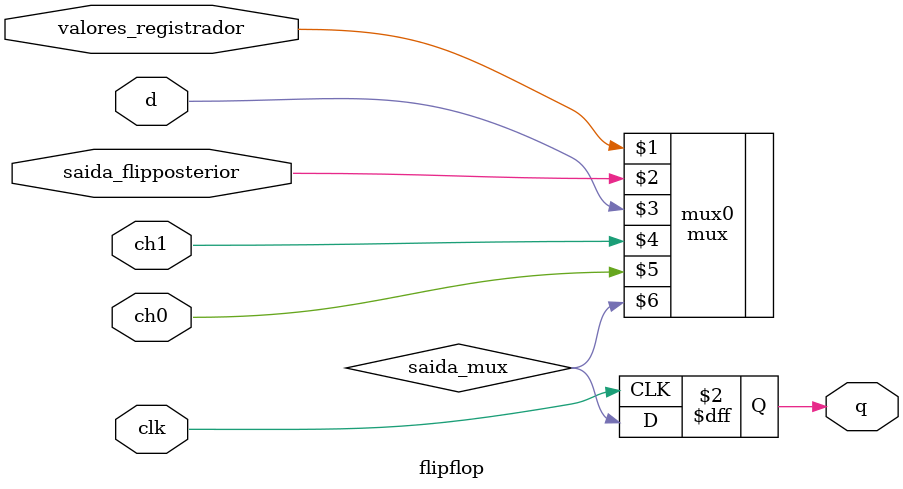
<source format=v>
module flipflop(valores_registrador,d,q,clk,saida_flipposterior,ch1, ch0);
	
	input d,clk,saida_flipposterior,ch1, ch0, valores_registrador;
	output reg q;
	wire saida_mux;
	
	mux mux0(valores_registrador,saida_flipposterior,d,ch1,ch0,saida_mux); 

	always @(posedge clk)begin
          q = saida_mux;
     end
	
endmodule

</source>
